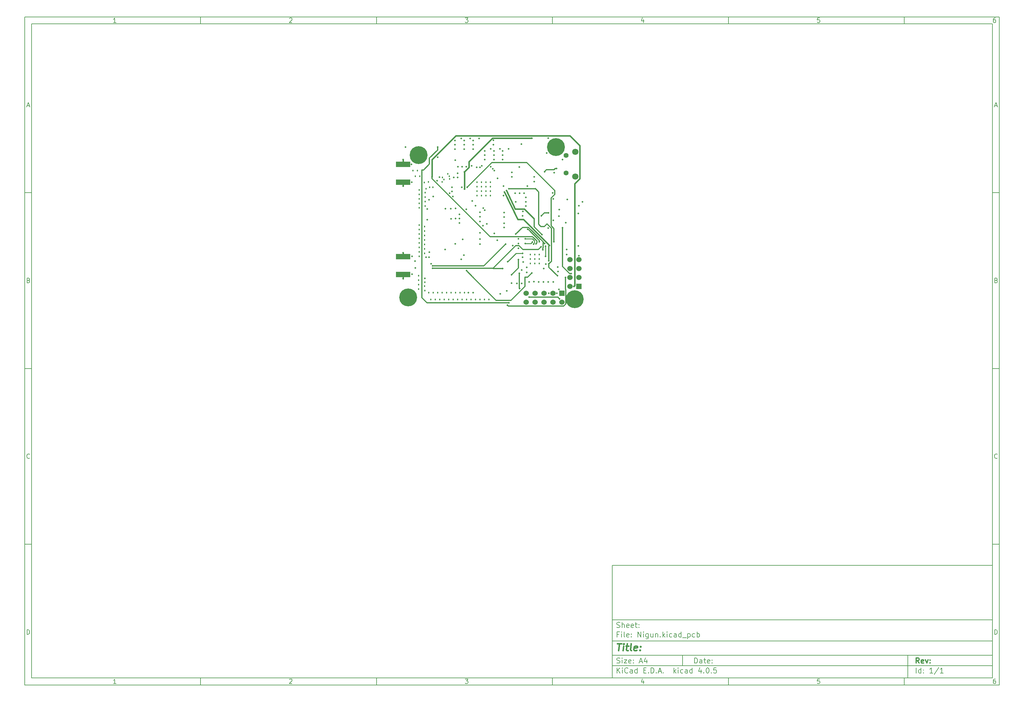
<source format=gbr>
G04 #@! TF.FileFunction,Copper,L4,Bot,Signal*
%FSLAX46Y46*%
G04 Gerber Fmt 4.6, Leading zero omitted, Abs format (unit mm)*
G04 Created by KiCad (PCBNEW 4.0.5) date 2017 May 10, Wednesday 00:20:23*
%MOMM*%
%LPD*%
G01*
G04 APERTURE LIST*
%ADD10C,0.100000*%
%ADD11C,0.150000*%
%ADD12C,0.300000*%
%ADD13C,0.400000*%
%ADD14C,0.457200*%
%ADD15R,4.064000X1.524000*%
%ADD16R,1.524000X1.524000*%
%ADD17C,1.524000*%
%ADD18C,1.408000*%
%ADD19C,1.800000*%
%ADD20C,5.080000*%
%ADD21C,0.508000*%
%ADD22C,0.431800*%
%ADD23C,0.330200*%
%ADD24C,0.304800*%
%ADD25C,0.254000*%
G04 APERTURE END LIST*
D10*
D11*
X177002200Y-166007200D02*
X177002200Y-198007200D01*
X285002200Y-198007200D01*
X285002200Y-166007200D01*
X177002200Y-166007200D01*
D10*
D11*
X10000000Y-10000000D02*
X10000000Y-200007200D01*
X287002200Y-200007200D01*
X287002200Y-10000000D01*
X10000000Y-10000000D01*
D10*
D11*
X12000000Y-12000000D02*
X12000000Y-198007200D01*
X285002200Y-198007200D01*
X285002200Y-12000000D01*
X12000000Y-12000000D01*
D10*
D11*
X60000000Y-12000000D02*
X60000000Y-10000000D01*
D10*
D11*
X110000000Y-12000000D02*
X110000000Y-10000000D01*
D10*
D11*
X160000000Y-12000000D02*
X160000000Y-10000000D01*
D10*
D11*
X210000000Y-12000000D02*
X210000000Y-10000000D01*
D10*
D11*
X260000000Y-12000000D02*
X260000000Y-10000000D01*
D10*
D11*
X35990476Y-11588095D02*
X35247619Y-11588095D01*
X35619048Y-11588095D02*
X35619048Y-10288095D01*
X35495238Y-10473810D01*
X35371429Y-10597619D01*
X35247619Y-10659524D01*
D10*
D11*
X85247619Y-10411905D02*
X85309524Y-10350000D01*
X85433333Y-10288095D01*
X85742857Y-10288095D01*
X85866667Y-10350000D01*
X85928571Y-10411905D01*
X85990476Y-10535714D01*
X85990476Y-10659524D01*
X85928571Y-10845238D01*
X85185714Y-11588095D01*
X85990476Y-11588095D01*
D10*
D11*
X135185714Y-10288095D02*
X135990476Y-10288095D01*
X135557143Y-10783333D01*
X135742857Y-10783333D01*
X135866667Y-10845238D01*
X135928571Y-10907143D01*
X135990476Y-11030952D01*
X135990476Y-11340476D01*
X135928571Y-11464286D01*
X135866667Y-11526190D01*
X135742857Y-11588095D01*
X135371429Y-11588095D01*
X135247619Y-11526190D01*
X135185714Y-11464286D01*
D10*
D11*
X185866667Y-10721429D02*
X185866667Y-11588095D01*
X185557143Y-10226190D02*
X185247619Y-11154762D01*
X186052381Y-11154762D01*
D10*
D11*
X235928571Y-10288095D02*
X235309524Y-10288095D01*
X235247619Y-10907143D01*
X235309524Y-10845238D01*
X235433333Y-10783333D01*
X235742857Y-10783333D01*
X235866667Y-10845238D01*
X235928571Y-10907143D01*
X235990476Y-11030952D01*
X235990476Y-11340476D01*
X235928571Y-11464286D01*
X235866667Y-11526190D01*
X235742857Y-11588095D01*
X235433333Y-11588095D01*
X235309524Y-11526190D01*
X235247619Y-11464286D01*
D10*
D11*
X285866667Y-10288095D02*
X285619048Y-10288095D01*
X285495238Y-10350000D01*
X285433333Y-10411905D01*
X285309524Y-10597619D01*
X285247619Y-10845238D01*
X285247619Y-11340476D01*
X285309524Y-11464286D01*
X285371429Y-11526190D01*
X285495238Y-11588095D01*
X285742857Y-11588095D01*
X285866667Y-11526190D01*
X285928571Y-11464286D01*
X285990476Y-11340476D01*
X285990476Y-11030952D01*
X285928571Y-10907143D01*
X285866667Y-10845238D01*
X285742857Y-10783333D01*
X285495238Y-10783333D01*
X285371429Y-10845238D01*
X285309524Y-10907143D01*
X285247619Y-11030952D01*
D10*
D11*
X60000000Y-198007200D02*
X60000000Y-200007200D01*
D10*
D11*
X110000000Y-198007200D02*
X110000000Y-200007200D01*
D10*
D11*
X160000000Y-198007200D02*
X160000000Y-200007200D01*
D10*
D11*
X210000000Y-198007200D02*
X210000000Y-200007200D01*
D10*
D11*
X260000000Y-198007200D02*
X260000000Y-200007200D01*
D10*
D11*
X35990476Y-199595295D02*
X35247619Y-199595295D01*
X35619048Y-199595295D02*
X35619048Y-198295295D01*
X35495238Y-198481010D01*
X35371429Y-198604819D01*
X35247619Y-198666724D01*
D10*
D11*
X85247619Y-198419105D02*
X85309524Y-198357200D01*
X85433333Y-198295295D01*
X85742857Y-198295295D01*
X85866667Y-198357200D01*
X85928571Y-198419105D01*
X85990476Y-198542914D01*
X85990476Y-198666724D01*
X85928571Y-198852438D01*
X85185714Y-199595295D01*
X85990476Y-199595295D01*
D10*
D11*
X135185714Y-198295295D02*
X135990476Y-198295295D01*
X135557143Y-198790533D01*
X135742857Y-198790533D01*
X135866667Y-198852438D01*
X135928571Y-198914343D01*
X135990476Y-199038152D01*
X135990476Y-199347676D01*
X135928571Y-199471486D01*
X135866667Y-199533390D01*
X135742857Y-199595295D01*
X135371429Y-199595295D01*
X135247619Y-199533390D01*
X135185714Y-199471486D01*
D10*
D11*
X185866667Y-198728629D02*
X185866667Y-199595295D01*
X185557143Y-198233390D02*
X185247619Y-199161962D01*
X186052381Y-199161962D01*
D10*
D11*
X235928571Y-198295295D02*
X235309524Y-198295295D01*
X235247619Y-198914343D01*
X235309524Y-198852438D01*
X235433333Y-198790533D01*
X235742857Y-198790533D01*
X235866667Y-198852438D01*
X235928571Y-198914343D01*
X235990476Y-199038152D01*
X235990476Y-199347676D01*
X235928571Y-199471486D01*
X235866667Y-199533390D01*
X235742857Y-199595295D01*
X235433333Y-199595295D01*
X235309524Y-199533390D01*
X235247619Y-199471486D01*
D10*
D11*
X285866667Y-198295295D02*
X285619048Y-198295295D01*
X285495238Y-198357200D01*
X285433333Y-198419105D01*
X285309524Y-198604819D01*
X285247619Y-198852438D01*
X285247619Y-199347676D01*
X285309524Y-199471486D01*
X285371429Y-199533390D01*
X285495238Y-199595295D01*
X285742857Y-199595295D01*
X285866667Y-199533390D01*
X285928571Y-199471486D01*
X285990476Y-199347676D01*
X285990476Y-199038152D01*
X285928571Y-198914343D01*
X285866667Y-198852438D01*
X285742857Y-198790533D01*
X285495238Y-198790533D01*
X285371429Y-198852438D01*
X285309524Y-198914343D01*
X285247619Y-199038152D01*
D10*
D11*
X10000000Y-60000000D02*
X12000000Y-60000000D01*
D10*
D11*
X10000000Y-110000000D02*
X12000000Y-110000000D01*
D10*
D11*
X10000000Y-160000000D02*
X12000000Y-160000000D01*
D10*
D11*
X10690476Y-35216667D02*
X11309524Y-35216667D01*
X10566667Y-35588095D02*
X11000000Y-34288095D01*
X11433333Y-35588095D01*
D10*
D11*
X11092857Y-84907143D02*
X11278571Y-84969048D01*
X11340476Y-85030952D01*
X11402381Y-85154762D01*
X11402381Y-85340476D01*
X11340476Y-85464286D01*
X11278571Y-85526190D01*
X11154762Y-85588095D01*
X10659524Y-85588095D01*
X10659524Y-84288095D01*
X11092857Y-84288095D01*
X11216667Y-84350000D01*
X11278571Y-84411905D01*
X11340476Y-84535714D01*
X11340476Y-84659524D01*
X11278571Y-84783333D01*
X11216667Y-84845238D01*
X11092857Y-84907143D01*
X10659524Y-84907143D01*
D10*
D11*
X11402381Y-135464286D02*
X11340476Y-135526190D01*
X11154762Y-135588095D01*
X11030952Y-135588095D01*
X10845238Y-135526190D01*
X10721429Y-135402381D01*
X10659524Y-135278571D01*
X10597619Y-135030952D01*
X10597619Y-134845238D01*
X10659524Y-134597619D01*
X10721429Y-134473810D01*
X10845238Y-134350000D01*
X11030952Y-134288095D01*
X11154762Y-134288095D01*
X11340476Y-134350000D01*
X11402381Y-134411905D01*
D10*
D11*
X10659524Y-185588095D02*
X10659524Y-184288095D01*
X10969048Y-184288095D01*
X11154762Y-184350000D01*
X11278571Y-184473810D01*
X11340476Y-184597619D01*
X11402381Y-184845238D01*
X11402381Y-185030952D01*
X11340476Y-185278571D01*
X11278571Y-185402381D01*
X11154762Y-185526190D01*
X10969048Y-185588095D01*
X10659524Y-185588095D01*
D10*
D11*
X287002200Y-60000000D02*
X285002200Y-60000000D01*
D10*
D11*
X287002200Y-110000000D02*
X285002200Y-110000000D01*
D10*
D11*
X287002200Y-160000000D02*
X285002200Y-160000000D01*
D10*
D11*
X285692676Y-35216667D02*
X286311724Y-35216667D01*
X285568867Y-35588095D02*
X286002200Y-34288095D01*
X286435533Y-35588095D01*
D10*
D11*
X286095057Y-84907143D02*
X286280771Y-84969048D01*
X286342676Y-85030952D01*
X286404581Y-85154762D01*
X286404581Y-85340476D01*
X286342676Y-85464286D01*
X286280771Y-85526190D01*
X286156962Y-85588095D01*
X285661724Y-85588095D01*
X285661724Y-84288095D01*
X286095057Y-84288095D01*
X286218867Y-84350000D01*
X286280771Y-84411905D01*
X286342676Y-84535714D01*
X286342676Y-84659524D01*
X286280771Y-84783333D01*
X286218867Y-84845238D01*
X286095057Y-84907143D01*
X285661724Y-84907143D01*
D10*
D11*
X286404581Y-135464286D02*
X286342676Y-135526190D01*
X286156962Y-135588095D01*
X286033152Y-135588095D01*
X285847438Y-135526190D01*
X285723629Y-135402381D01*
X285661724Y-135278571D01*
X285599819Y-135030952D01*
X285599819Y-134845238D01*
X285661724Y-134597619D01*
X285723629Y-134473810D01*
X285847438Y-134350000D01*
X286033152Y-134288095D01*
X286156962Y-134288095D01*
X286342676Y-134350000D01*
X286404581Y-134411905D01*
D10*
D11*
X285661724Y-185588095D02*
X285661724Y-184288095D01*
X285971248Y-184288095D01*
X286156962Y-184350000D01*
X286280771Y-184473810D01*
X286342676Y-184597619D01*
X286404581Y-184845238D01*
X286404581Y-185030952D01*
X286342676Y-185278571D01*
X286280771Y-185402381D01*
X286156962Y-185526190D01*
X285971248Y-185588095D01*
X285661724Y-185588095D01*
D10*
D11*
X200359343Y-193785771D02*
X200359343Y-192285771D01*
X200716486Y-192285771D01*
X200930771Y-192357200D01*
X201073629Y-192500057D01*
X201145057Y-192642914D01*
X201216486Y-192928629D01*
X201216486Y-193142914D01*
X201145057Y-193428629D01*
X201073629Y-193571486D01*
X200930771Y-193714343D01*
X200716486Y-193785771D01*
X200359343Y-193785771D01*
X202502200Y-193785771D02*
X202502200Y-193000057D01*
X202430771Y-192857200D01*
X202287914Y-192785771D01*
X202002200Y-192785771D01*
X201859343Y-192857200D01*
X202502200Y-193714343D02*
X202359343Y-193785771D01*
X202002200Y-193785771D01*
X201859343Y-193714343D01*
X201787914Y-193571486D01*
X201787914Y-193428629D01*
X201859343Y-193285771D01*
X202002200Y-193214343D01*
X202359343Y-193214343D01*
X202502200Y-193142914D01*
X203002200Y-192785771D02*
X203573629Y-192785771D01*
X203216486Y-192285771D02*
X203216486Y-193571486D01*
X203287914Y-193714343D01*
X203430772Y-193785771D01*
X203573629Y-193785771D01*
X204645057Y-193714343D02*
X204502200Y-193785771D01*
X204216486Y-193785771D01*
X204073629Y-193714343D01*
X204002200Y-193571486D01*
X204002200Y-193000057D01*
X204073629Y-192857200D01*
X204216486Y-192785771D01*
X204502200Y-192785771D01*
X204645057Y-192857200D01*
X204716486Y-193000057D01*
X204716486Y-193142914D01*
X204002200Y-193285771D01*
X205359343Y-193642914D02*
X205430771Y-193714343D01*
X205359343Y-193785771D01*
X205287914Y-193714343D01*
X205359343Y-193642914D01*
X205359343Y-193785771D01*
X205359343Y-192857200D02*
X205430771Y-192928629D01*
X205359343Y-193000057D01*
X205287914Y-192928629D01*
X205359343Y-192857200D01*
X205359343Y-193000057D01*
D10*
D11*
X177002200Y-194507200D02*
X285002200Y-194507200D01*
D10*
D11*
X178359343Y-196585771D02*
X178359343Y-195085771D01*
X179216486Y-196585771D02*
X178573629Y-195728629D01*
X179216486Y-195085771D02*
X178359343Y-195942914D01*
X179859343Y-196585771D02*
X179859343Y-195585771D01*
X179859343Y-195085771D02*
X179787914Y-195157200D01*
X179859343Y-195228629D01*
X179930771Y-195157200D01*
X179859343Y-195085771D01*
X179859343Y-195228629D01*
X181430772Y-196442914D02*
X181359343Y-196514343D01*
X181145057Y-196585771D01*
X181002200Y-196585771D01*
X180787915Y-196514343D01*
X180645057Y-196371486D01*
X180573629Y-196228629D01*
X180502200Y-195942914D01*
X180502200Y-195728629D01*
X180573629Y-195442914D01*
X180645057Y-195300057D01*
X180787915Y-195157200D01*
X181002200Y-195085771D01*
X181145057Y-195085771D01*
X181359343Y-195157200D01*
X181430772Y-195228629D01*
X182716486Y-196585771D02*
X182716486Y-195800057D01*
X182645057Y-195657200D01*
X182502200Y-195585771D01*
X182216486Y-195585771D01*
X182073629Y-195657200D01*
X182716486Y-196514343D02*
X182573629Y-196585771D01*
X182216486Y-196585771D01*
X182073629Y-196514343D01*
X182002200Y-196371486D01*
X182002200Y-196228629D01*
X182073629Y-196085771D01*
X182216486Y-196014343D01*
X182573629Y-196014343D01*
X182716486Y-195942914D01*
X184073629Y-196585771D02*
X184073629Y-195085771D01*
X184073629Y-196514343D02*
X183930772Y-196585771D01*
X183645058Y-196585771D01*
X183502200Y-196514343D01*
X183430772Y-196442914D01*
X183359343Y-196300057D01*
X183359343Y-195871486D01*
X183430772Y-195728629D01*
X183502200Y-195657200D01*
X183645058Y-195585771D01*
X183930772Y-195585771D01*
X184073629Y-195657200D01*
X185930772Y-195800057D02*
X186430772Y-195800057D01*
X186645058Y-196585771D02*
X185930772Y-196585771D01*
X185930772Y-195085771D01*
X186645058Y-195085771D01*
X187287915Y-196442914D02*
X187359343Y-196514343D01*
X187287915Y-196585771D01*
X187216486Y-196514343D01*
X187287915Y-196442914D01*
X187287915Y-196585771D01*
X188002201Y-196585771D02*
X188002201Y-195085771D01*
X188359344Y-195085771D01*
X188573629Y-195157200D01*
X188716487Y-195300057D01*
X188787915Y-195442914D01*
X188859344Y-195728629D01*
X188859344Y-195942914D01*
X188787915Y-196228629D01*
X188716487Y-196371486D01*
X188573629Y-196514343D01*
X188359344Y-196585771D01*
X188002201Y-196585771D01*
X189502201Y-196442914D02*
X189573629Y-196514343D01*
X189502201Y-196585771D01*
X189430772Y-196514343D01*
X189502201Y-196442914D01*
X189502201Y-196585771D01*
X190145058Y-196157200D02*
X190859344Y-196157200D01*
X190002201Y-196585771D02*
X190502201Y-195085771D01*
X191002201Y-196585771D01*
X191502201Y-196442914D02*
X191573629Y-196514343D01*
X191502201Y-196585771D01*
X191430772Y-196514343D01*
X191502201Y-196442914D01*
X191502201Y-196585771D01*
X194502201Y-196585771D02*
X194502201Y-195085771D01*
X194645058Y-196014343D02*
X195073629Y-196585771D01*
X195073629Y-195585771D02*
X194502201Y-196157200D01*
X195716487Y-196585771D02*
X195716487Y-195585771D01*
X195716487Y-195085771D02*
X195645058Y-195157200D01*
X195716487Y-195228629D01*
X195787915Y-195157200D01*
X195716487Y-195085771D01*
X195716487Y-195228629D01*
X197073630Y-196514343D02*
X196930773Y-196585771D01*
X196645059Y-196585771D01*
X196502201Y-196514343D01*
X196430773Y-196442914D01*
X196359344Y-196300057D01*
X196359344Y-195871486D01*
X196430773Y-195728629D01*
X196502201Y-195657200D01*
X196645059Y-195585771D01*
X196930773Y-195585771D01*
X197073630Y-195657200D01*
X198359344Y-196585771D02*
X198359344Y-195800057D01*
X198287915Y-195657200D01*
X198145058Y-195585771D01*
X197859344Y-195585771D01*
X197716487Y-195657200D01*
X198359344Y-196514343D02*
X198216487Y-196585771D01*
X197859344Y-196585771D01*
X197716487Y-196514343D01*
X197645058Y-196371486D01*
X197645058Y-196228629D01*
X197716487Y-196085771D01*
X197859344Y-196014343D01*
X198216487Y-196014343D01*
X198359344Y-195942914D01*
X199716487Y-196585771D02*
X199716487Y-195085771D01*
X199716487Y-196514343D02*
X199573630Y-196585771D01*
X199287916Y-196585771D01*
X199145058Y-196514343D01*
X199073630Y-196442914D01*
X199002201Y-196300057D01*
X199002201Y-195871486D01*
X199073630Y-195728629D01*
X199145058Y-195657200D01*
X199287916Y-195585771D01*
X199573630Y-195585771D01*
X199716487Y-195657200D01*
X202216487Y-195585771D02*
X202216487Y-196585771D01*
X201859344Y-195014343D02*
X201502201Y-196085771D01*
X202430773Y-196085771D01*
X203002201Y-196442914D02*
X203073629Y-196514343D01*
X203002201Y-196585771D01*
X202930772Y-196514343D01*
X203002201Y-196442914D01*
X203002201Y-196585771D01*
X204002201Y-195085771D02*
X204145058Y-195085771D01*
X204287915Y-195157200D01*
X204359344Y-195228629D01*
X204430773Y-195371486D01*
X204502201Y-195657200D01*
X204502201Y-196014343D01*
X204430773Y-196300057D01*
X204359344Y-196442914D01*
X204287915Y-196514343D01*
X204145058Y-196585771D01*
X204002201Y-196585771D01*
X203859344Y-196514343D01*
X203787915Y-196442914D01*
X203716487Y-196300057D01*
X203645058Y-196014343D01*
X203645058Y-195657200D01*
X203716487Y-195371486D01*
X203787915Y-195228629D01*
X203859344Y-195157200D01*
X204002201Y-195085771D01*
X205145058Y-196442914D02*
X205216486Y-196514343D01*
X205145058Y-196585771D01*
X205073629Y-196514343D01*
X205145058Y-196442914D01*
X205145058Y-196585771D01*
X206573630Y-195085771D02*
X205859344Y-195085771D01*
X205787915Y-195800057D01*
X205859344Y-195728629D01*
X206002201Y-195657200D01*
X206359344Y-195657200D01*
X206502201Y-195728629D01*
X206573630Y-195800057D01*
X206645058Y-195942914D01*
X206645058Y-196300057D01*
X206573630Y-196442914D01*
X206502201Y-196514343D01*
X206359344Y-196585771D01*
X206002201Y-196585771D01*
X205859344Y-196514343D01*
X205787915Y-196442914D01*
D10*
D11*
X177002200Y-191507200D02*
X285002200Y-191507200D01*
D10*
D12*
X264216486Y-193785771D02*
X263716486Y-193071486D01*
X263359343Y-193785771D02*
X263359343Y-192285771D01*
X263930771Y-192285771D01*
X264073629Y-192357200D01*
X264145057Y-192428629D01*
X264216486Y-192571486D01*
X264216486Y-192785771D01*
X264145057Y-192928629D01*
X264073629Y-193000057D01*
X263930771Y-193071486D01*
X263359343Y-193071486D01*
X265430771Y-193714343D02*
X265287914Y-193785771D01*
X265002200Y-193785771D01*
X264859343Y-193714343D01*
X264787914Y-193571486D01*
X264787914Y-193000057D01*
X264859343Y-192857200D01*
X265002200Y-192785771D01*
X265287914Y-192785771D01*
X265430771Y-192857200D01*
X265502200Y-193000057D01*
X265502200Y-193142914D01*
X264787914Y-193285771D01*
X266002200Y-192785771D02*
X266359343Y-193785771D01*
X266716485Y-192785771D01*
X267287914Y-193642914D02*
X267359342Y-193714343D01*
X267287914Y-193785771D01*
X267216485Y-193714343D01*
X267287914Y-193642914D01*
X267287914Y-193785771D01*
X267287914Y-192857200D02*
X267359342Y-192928629D01*
X267287914Y-193000057D01*
X267216485Y-192928629D01*
X267287914Y-192857200D01*
X267287914Y-193000057D01*
D10*
D11*
X178287914Y-193714343D02*
X178502200Y-193785771D01*
X178859343Y-193785771D01*
X179002200Y-193714343D01*
X179073629Y-193642914D01*
X179145057Y-193500057D01*
X179145057Y-193357200D01*
X179073629Y-193214343D01*
X179002200Y-193142914D01*
X178859343Y-193071486D01*
X178573629Y-193000057D01*
X178430771Y-192928629D01*
X178359343Y-192857200D01*
X178287914Y-192714343D01*
X178287914Y-192571486D01*
X178359343Y-192428629D01*
X178430771Y-192357200D01*
X178573629Y-192285771D01*
X178930771Y-192285771D01*
X179145057Y-192357200D01*
X179787914Y-193785771D02*
X179787914Y-192785771D01*
X179787914Y-192285771D02*
X179716485Y-192357200D01*
X179787914Y-192428629D01*
X179859342Y-192357200D01*
X179787914Y-192285771D01*
X179787914Y-192428629D01*
X180359343Y-192785771D02*
X181145057Y-192785771D01*
X180359343Y-193785771D01*
X181145057Y-193785771D01*
X182287914Y-193714343D02*
X182145057Y-193785771D01*
X181859343Y-193785771D01*
X181716486Y-193714343D01*
X181645057Y-193571486D01*
X181645057Y-193000057D01*
X181716486Y-192857200D01*
X181859343Y-192785771D01*
X182145057Y-192785771D01*
X182287914Y-192857200D01*
X182359343Y-193000057D01*
X182359343Y-193142914D01*
X181645057Y-193285771D01*
X183002200Y-193642914D02*
X183073628Y-193714343D01*
X183002200Y-193785771D01*
X182930771Y-193714343D01*
X183002200Y-193642914D01*
X183002200Y-193785771D01*
X183002200Y-192857200D02*
X183073628Y-192928629D01*
X183002200Y-193000057D01*
X182930771Y-192928629D01*
X183002200Y-192857200D01*
X183002200Y-193000057D01*
X184787914Y-193357200D02*
X185502200Y-193357200D01*
X184645057Y-193785771D02*
X185145057Y-192285771D01*
X185645057Y-193785771D01*
X186787914Y-192785771D02*
X186787914Y-193785771D01*
X186430771Y-192214343D02*
X186073628Y-193285771D01*
X187002200Y-193285771D01*
D10*
D11*
X263359343Y-196585771D02*
X263359343Y-195085771D01*
X264716486Y-196585771D02*
X264716486Y-195085771D01*
X264716486Y-196514343D02*
X264573629Y-196585771D01*
X264287915Y-196585771D01*
X264145057Y-196514343D01*
X264073629Y-196442914D01*
X264002200Y-196300057D01*
X264002200Y-195871486D01*
X264073629Y-195728629D01*
X264145057Y-195657200D01*
X264287915Y-195585771D01*
X264573629Y-195585771D01*
X264716486Y-195657200D01*
X265430772Y-196442914D02*
X265502200Y-196514343D01*
X265430772Y-196585771D01*
X265359343Y-196514343D01*
X265430772Y-196442914D01*
X265430772Y-196585771D01*
X265430772Y-195657200D02*
X265502200Y-195728629D01*
X265430772Y-195800057D01*
X265359343Y-195728629D01*
X265430772Y-195657200D01*
X265430772Y-195800057D01*
X268073629Y-196585771D02*
X267216486Y-196585771D01*
X267645058Y-196585771D02*
X267645058Y-195085771D01*
X267502201Y-195300057D01*
X267359343Y-195442914D01*
X267216486Y-195514343D01*
X269787914Y-195014343D02*
X268502200Y-196942914D01*
X271073629Y-196585771D02*
X270216486Y-196585771D01*
X270645058Y-196585771D02*
X270645058Y-195085771D01*
X270502201Y-195300057D01*
X270359343Y-195442914D01*
X270216486Y-195514343D01*
D10*
D11*
X177002200Y-187507200D02*
X285002200Y-187507200D01*
D10*
D13*
X178454581Y-188211962D02*
X179597438Y-188211962D01*
X178776010Y-190211962D02*
X179026010Y-188211962D01*
X180014105Y-190211962D02*
X180180771Y-188878629D01*
X180264105Y-188211962D02*
X180156962Y-188307200D01*
X180240295Y-188402438D01*
X180347439Y-188307200D01*
X180264105Y-188211962D01*
X180240295Y-188402438D01*
X180847438Y-188878629D02*
X181609343Y-188878629D01*
X181216486Y-188211962D02*
X181002200Y-189926248D01*
X181073630Y-190116724D01*
X181252201Y-190211962D01*
X181442677Y-190211962D01*
X182395058Y-190211962D02*
X182216487Y-190116724D01*
X182145057Y-189926248D01*
X182359343Y-188211962D01*
X183930772Y-190116724D02*
X183728391Y-190211962D01*
X183347439Y-190211962D01*
X183168867Y-190116724D01*
X183097438Y-189926248D01*
X183192676Y-189164343D01*
X183311724Y-188973867D01*
X183514105Y-188878629D01*
X183895057Y-188878629D01*
X184073629Y-188973867D01*
X184145057Y-189164343D01*
X184121248Y-189354819D01*
X183145057Y-189545295D01*
X184895057Y-190021486D02*
X184978392Y-190116724D01*
X184871248Y-190211962D01*
X184787915Y-190116724D01*
X184895057Y-190021486D01*
X184871248Y-190211962D01*
X185026010Y-188973867D02*
X185109344Y-189069105D01*
X185002200Y-189164343D01*
X184918867Y-189069105D01*
X185026010Y-188973867D01*
X185002200Y-189164343D01*
D10*
D11*
X178859343Y-185600057D02*
X178359343Y-185600057D01*
X178359343Y-186385771D02*
X178359343Y-184885771D01*
X179073629Y-184885771D01*
X179645057Y-186385771D02*
X179645057Y-185385771D01*
X179645057Y-184885771D02*
X179573628Y-184957200D01*
X179645057Y-185028629D01*
X179716485Y-184957200D01*
X179645057Y-184885771D01*
X179645057Y-185028629D01*
X180573629Y-186385771D02*
X180430771Y-186314343D01*
X180359343Y-186171486D01*
X180359343Y-184885771D01*
X181716485Y-186314343D02*
X181573628Y-186385771D01*
X181287914Y-186385771D01*
X181145057Y-186314343D01*
X181073628Y-186171486D01*
X181073628Y-185600057D01*
X181145057Y-185457200D01*
X181287914Y-185385771D01*
X181573628Y-185385771D01*
X181716485Y-185457200D01*
X181787914Y-185600057D01*
X181787914Y-185742914D01*
X181073628Y-185885771D01*
X182430771Y-186242914D02*
X182502199Y-186314343D01*
X182430771Y-186385771D01*
X182359342Y-186314343D01*
X182430771Y-186242914D01*
X182430771Y-186385771D01*
X182430771Y-185457200D02*
X182502199Y-185528629D01*
X182430771Y-185600057D01*
X182359342Y-185528629D01*
X182430771Y-185457200D01*
X182430771Y-185600057D01*
X184287914Y-186385771D02*
X184287914Y-184885771D01*
X185145057Y-186385771D01*
X185145057Y-184885771D01*
X185859343Y-186385771D02*
X185859343Y-185385771D01*
X185859343Y-184885771D02*
X185787914Y-184957200D01*
X185859343Y-185028629D01*
X185930771Y-184957200D01*
X185859343Y-184885771D01*
X185859343Y-185028629D01*
X187216486Y-185385771D02*
X187216486Y-186600057D01*
X187145057Y-186742914D01*
X187073629Y-186814343D01*
X186930772Y-186885771D01*
X186716486Y-186885771D01*
X186573629Y-186814343D01*
X187216486Y-186314343D02*
X187073629Y-186385771D01*
X186787915Y-186385771D01*
X186645057Y-186314343D01*
X186573629Y-186242914D01*
X186502200Y-186100057D01*
X186502200Y-185671486D01*
X186573629Y-185528629D01*
X186645057Y-185457200D01*
X186787915Y-185385771D01*
X187073629Y-185385771D01*
X187216486Y-185457200D01*
X188573629Y-185385771D02*
X188573629Y-186385771D01*
X187930772Y-185385771D02*
X187930772Y-186171486D01*
X188002200Y-186314343D01*
X188145058Y-186385771D01*
X188359343Y-186385771D01*
X188502200Y-186314343D01*
X188573629Y-186242914D01*
X189287915Y-185385771D02*
X189287915Y-186385771D01*
X189287915Y-185528629D02*
X189359343Y-185457200D01*
X189502201Y-185385771D01*
X189716486Y-185385771D01*
X189859343Y-185457200D01*
X189930772Y-185600057D01*
X189930772Y-186385771D01*
X190645058Y-186242914D02*
X190716486Y-186314343D01*
X190645058Y-186385771D01*
X190573629Y-186314343D01*
X190645058Y-186242914D01*
X190645058Y-186385771D01*
X191359344Y-186385771D02*
X191359344Y-184885771D01*
X191502201Y-185814343D02*
X191930772Y-186385771D01*
X191930772Y-185385771D02*
X191359344Y-185957200D01*
X192573630Y-186385771D02*
X192573630Y-185385771D01*
X192573630Y-184885771D02*
X192502201Y-184957200D01*
X192573630Y-185028629D01*
X192645058Y-184957200D01*
X192573630Y-184885771D01*
X192573630Y-185028629D01*
X193930773Y-186314343D02*
X193787916Y-186385771D01*
X193502202Y-186385771D01*
X193359344Y-186314343D01*
X193287916Y-186242914D01*
X193216487Y-186100057D01*
X193216487Y-185671486D01*
X193287916Y-185528629D01*
X193359344Y-185457200D01*
X193502202Y-185385771D01*
X193787916Y-185385771D01*
X193930773Y-185457200D01*
X195216487Y-186385771D02*
X195216487Y-185600057D01*
X195145058Y-185457200D01*
X195002201Y-185385771D01*
X194716487Y-185385771D01*
X194573630Y-185457200D01*
X195216487Y-186314343D02*
X195073630Y-186385771D01*
X194716487Y-186385771D01*
X194573630Y-186314343D01*
X194502201Y-186171486D01*
X194502201Y-186028629D01*
X194573630Y-185885771D01*
X194716487Y-185814343D01*
X195073630Y-185814343D01*
X195216487Y-185742914D01*
X196573630Y-186385771D02*
X196573630Y-184885771D01*
X196573630Y-186314343D02*
X196430773Y-186385771D01*
X196145059Y-186385771D01*
X196002201Y-186314343D01*
X195930773Y-186242914D01*
X195859344Y-186100057D01*
X195859344Y-185671486D01*
X195930773Y-185528629D01*
X196002201Y-185457200D01*
X196145059Y-185385771D01*
X196430773Y-185385771D01*
X196573630Y-185457200D01*
X196930773Y-186528629D02*
X198073630Y-186528629D01*
X198430773Y-185385771D02*
X198430773Y-186885771D01*
X198430773Y-185457200D02*
X198573630Y-185385771D01*
X198859344Y-185385771D01*
X199002201Y-185457200D01*
X199073630Y-185528629D01*
X199145059Y-185671486D01*
X199145059Y-186100057D01*
X199073630Y-186242914D01*
X199002201Y-186314343D01*
X198859344Y-186385771D01*
X198573630Y-186385771D01*
X198430773Y-186314343D01*
X200430773Y-186314343D02*
X200287916Y-186385771D01*
X200002202Y-186385771D01*
X199859344Y-186314343D01*
X199787916Y-186242914D01*
X199716487Y-186100057D01*
X199716487Y-185671486D01*
X199787916Y-185528629D01*
X199859344Y-185457200D01*
X200002202Y-185385771D01*
X200287916Y-185385771D01*
X200430773Y-185457200D01*
X201073630Y-186385771D02*
X201073630Y-184885771D01*
X201073630Y-185457200D02*
X201216487Y-185385771D01*
X201502201Y-185385771D01*
X201645058Y-185457200D01*
X201716487Y-185528629D01*
X201787916Y-185671486D01*
X201787916Y-186100057D01*
X201716487Y-186242914D01*
X201645058Y-186314343D01*
X201502201Y-186385771D01*
X201216487Y-186385771D01*
X201073630Y-186314343D01*
D10*
D11*
X177002200Y-181507200D02*
X285002200Y-181507200D01*
D10*
D11*
X178287914Y-183614343D02*
X178502200Y-183685771D01*
X178859343Y-183685771D01*
X179002200Y-183614343D01*
X179073629Y-183542914D01*
X179145057Y-183400057D01*
X179145057Y-183257200D01*
X179073629Y-183114343D01*
X179002200Y-183042914D01*
X178859343Y-182971486D01*
X178573629Y-182900057D01*
X178430771Y-182828629D01*
X178359343Y-182757200D01*
X178287914Y-182614343D01*
X178287914Y-182471486D01*
X178359343Y-182328629D01*
X178430771Y-182257200D01*
X178573629Y-182185771D01*
X178930771Y-182185771D01*
X179145057Y-182257200D01*
X179787914Y-183685771D02*
X179787914Y-182185771D01*
X180430771Y-183685771D02*
X180430771Y-182900057D01*
X180359342Y-182757200D01*
X180216485Y-182685771D01*
X180002200Y-182685771D01*
X179859342Y-182757200D01*
X179787914Y-182828629D01*
X181716485Y-183614343D02*
X181573628Y-183685771D01*
X181287914Y-183685771D01*
X181145057Y-183614343D01*
X181073628Y-183471486D01*
X181073628Y-182900057D01*
X181145057Y-182757200D01*
X181287914Y-182685771D01*
X181573628Y-182685771D01*
X181716485Y-182757200D01*
X181787914Y-182900057D01*
X181787914Y-183042914D01*
X181073628Y-183185771D01*
X183002199Y-183614343D02*
X182859342Y-183685771D01*
X182573628Y-183685771D01*
X182430771Y-183614343D01*
X182359342Y-183471486D01*
X182359342Y-182900057D01*
X182430771Y-182757200D01*
X182573628Y-182685771D01*
X182859342Y-182685771D01*
X183002199Y-182757200D01*
X183073628Y-182900057D01*
X183073628Y-183042914D01*
X182359342Y-183185771D01*
X183502199Y-182685771D02*
X184073628Y-182685771D01*
X183716485Y-182185771D02*
X183716485Y-183471486D01*
X183787913Y-183614343D01*
X183930771Y-183685771D01*
X184073628Y-183685771D01*
X184573628Y-183542914D02*
X184645056Y-183614343D01*
X184573628Y-183685771D01*
X184502199Y-183614343D01*
X184573628Y-183542914D01*
X184573628Y-183685771D01*
X184573628Y-182757200D02*
X184645056Y-182828629D01*
X184573628Y-182900057D01*
X184502199Y-182828629D01*
X184573628Y-182757200D01*
X184573628Y-182900057D01*
D10*
D11*
X197002200Y-191507200D02*
X197002200Y-194507200D01*
D10*
D11*
X261002200Y-191507200D02*
X261002200Y-198007200D01*
D14*
X156248100Y-80124300D03*
X156248100Y-78854300D03*
X156248100Y-77584300D03*
X154978100Y-80124300D03*
X154978100Y-78854300D03*
X154978100Y-77584300D03*
X153708100Y-80124300D03*
X153708100Y-78854300D03*
X153708100Y-77584300D03*
X142341600Y-60782200D03*
X142341600Y-59512200D03*
X142341600Y-58242200D03*
X142341600Y-56972200D03*
X141071600Y-60782200D03*
X141071600Y-59512200D03*
X141071600Y-58242200D03*
X141071600Y-56972200D03*
X139801600Y-60782200D03*
X139801600Y-59512200D03*
X139801600Y-58242200D03*
X139801600Y-56972200D03*
X138531600Y-60782200D03*
X138531600Y-59512200D03*
X138531600Y-58242200D03*
X138531600Y-56972200D03*
X120370600Y-53746399D03*
X121640600Y-53746400D03*
X121018300Y-55283099D03*
X122288300Y-55283100D03*
X130225800Y-54610000D03*
X130771900Y-56057800D03*
X130632200Y-55283100D03*
X128752600Y-55613300D03*
X129159000Y-56286400D03*
X128638300Y-56959500D03*
X126034800Y-58458100D03*
X125044200Y-58458100D03*
X124739400Y-56896000D03*
X123571000Y-57111900D03*
X124079000Y-58877200D03*
X123774200Y-63766700D03*
X123774200Y-62496700D03*
X123774200Y-61226700D03*
X123774200Y-59956700D03*
X122110500Y-59245500D03*
X122110500Y-60515500D03*
X122110500Y-61785500D03*
X122110500Y-63055500D03*
X122110500Y-64325500D03*
X123659900Y-70929500D03*
X123659900Y-72199500D03*
X123659900Y-73469500D03*
X123659900Y-74739500D03*
X123659900Y-76009500D03*
X123659900Y-77279500D03*
X123659900Y-69659500D03*
X122123200Y-69202300D03*
X122123200Y-70472300D03*
X122123200Y-71742300D03*
X122123200Y-73012300D03*
X122123200Y-74282300D03*
X122123200Y-75552300D03*
X122123200Y-76822300D03*
X122123200Y-78092300D03*
X121932700Y-83604100D03*
X121932700Y-84874100D03*
X121932700Y-86144100D03*
X121932700Y-87414100D03*
X123698000Y-85458300D03*
X123685300Y-86537800D03*
X123723400Y-87858600D03*
X132422900Y-88430100D03*
X131152900Y-88430100D03*
X129882900Y-88430100D03*
X126072900Y-88430100D03*
X124802900Y-88430100D03*
X127342900Y-88430100D03*
X133692900Y-88430100D03*
X134962900Y-88430100D03*
X128612900Y-88430100D03*
X141897100Y-90335100D03*
X140627100Y-90335100D03*
X139357100Y-90335100D03*
X138087100Y-90335100D03*
X136817100Y-90335100D03*
X135547100Y-90335100D03*
X134277100Y-90335100D03*
X133007100Y-90335100D03*
X131737100Y-90335100D03*
X130467100Y-90335100D03*
X129197100Y-90335100D03*
X127927100Y-90335100D03*
X126657100Y-90335100D03*
X125387100Y-90335100D03*
D15*
X117563900Y-51930300D03*
X117563900Y-57010300D03*
X117576600Y-78143100D03*
X117576600Y-83223100D03*
D16*
X167487600Y-86639400D03*
D17*
X164947600Y-86639400D03*
X167487600Y-84099400D03*
X164947600Y-84099400D03*
X167487600Y-81559400D03*
X164947600Y-81559400D03*
X167487600Y-79019400D03*
X164947600Y-79019400D03*
D16*
X162687000Y-88607900D03*
D17*
X162687000Y-91147900D03*
X160147000Y-88607900D03*
X160147000Y-91147900D03*
X157607000Y-88607900D03*
X157607000Y-91147900D03*
X155067000Y-88607900D03*
X155067000Y-91147900D03*
X152527000Y-88607900D03*
X152527000Y-91147900D03*
D18*
X163822400Y-54366800D03*
X163822400Y-49366800D03*
D19*
X166522400Y-55366800D03*
X166522400Y-48366800D03*
D20*
X119024400Y-89763600D03*
D21*
X120878600Y-89763600D03*
X118999000Y-87909400D03*
X118999000Y-91719400D03*
X120370600Y-91135200D03*
X117602000Y-88519000D03*
X117652800Y-91186000D03*
X117170200Y-89763600D03*
X120370600Y-88417400D03*
D20*
X121945400Y-49263300D03*
D21*
X123799600Y-49263300D03*
X121920000Y-47409100D03*
X121920000Y-51219100D03*
X123291600Y-50634900D03*
X120523000Y-48018700D03*
X120573800Y-50685700D03*
X120091200Y-49263300D03*
X123291600Y-47917100D03*
D20*
X166331900Y-90258900D03*
D21*
X168186100Y-90258900D03*
X166306500Y-88404700D03*
X166306500Y-92214700D03*
X167678100Y-91630500D03*
X164909500Y-89014300D03*
X164960300Y-91681300D03*
X164477700Y-90258900D03*
X167678100Y-88912700D03*
D20*
X160959800Y-47015400D03*
D21*
X162814000Y-47015400D03*
X160934400Y-45161200D03*
X160934400Y-48971200D03*
X162306000Y-48387000D03*
X159537400Y-45770800D03*
X159588200Y-48437800D03*
X159105600Y-47015400D03*
X162306000Y-45669200D03*
X137045700Y-52356981D03*
X138497130Y-52791679D03*
X139393055Y-52806525D03*
X139878589Y-52332026D03*
X126133797Y-61081991D03*
X130765801Y-60153299D03*
X141351000Y-68834000D03*
X134218680Y-58435240D03*
X142468600Y-52590700D03*
X143065500Y-53165956D03*
X143459200Y-53687162D03*
X146113500Y-58122386D03*
X146114821Y-60839865D03*
X140733083Y-64971968D03*
X135483600Y-64731900D03*
X142468600Y-47548800D03*
X145034000Y-47548800D03*
X147561300Y-47548800D03*
X139153900Y-44526200D03*
X136626600Y-44526200D03*
X134086600Y-44526200D03*
X132359400Y-50761900D03*
X152852120Y-58110120D03*
X149527260Y-62555120D03*
X151496789Y-78343375D03*
X135509000Y-52565300D03*
X131946211Y-55677471D03*
X139407900Y-68194906D03*
X118198900Y-46990000D03*
X167347900Y-65887600D03*
X167538400Y-63690500D03*
X137452100Y-88392000D03*
X136093200Y-88392000D03*
X131686300Y-61036200D03*
X124886791Y-62042103D03*
X124383800Y-67652900D03*
X124383800Y-64655700D03*
X132417820Y-64498220D03*
X131137829Y-64514332D03*
X131178300Y-67386200D03*
X132410200Y-67373500D03*
X133583680Y-66116200D03*
X133583680Y-67376040D03*
X133583680Y-68620640D03*
X144310100Y-73558400D03*
X143471900Y-71564500D03*
X146291300Y-69913500D03*
X146253200Y-68656200D03*
X146227800Y-66941700D03*
X146227800Y-65633600D03*
X139407900Y-65582800D03*
X139407900Y-66840100D03*
X140246100Y-69405500D03*
X139382500Y-71424800D03*
X139382500Y-73139300D03*
X139382500Y-74612500D03*
X134452360Y-73223120D03*
X132374640Y-74549000D03*
X134051040Y-78927960D03*
X134797800Y-77736700D03*
X158973868Y-88610128D03*
X161270332Y-88610130D03*
X158798457Y-44449673D03*
X145135600Y-88760300D03*
X167474900Y-77889100D03*
X131424680Y-59623960D03*
X131432300Y-58432700D03*
X140284200Y-64376300D03*
X138150799Y-63738413D03*
X137210800Y-62331600D03*
X144400649Y-55889509D03*
X117563900Y-58140600D03*
X117563900Y-50571400D03*
X119951500Y-51943000D03*
X119964200Y-56997600D03*
X117576600Y-77038200D03*
X120078500Y-78117700D03*
X117576600Y-84467700D03*
X120129300Y-83210400D03*
X121018300Y-81407000D03*
X120954800Y-79438500D03*
X124066300Y-78308200D03*
X124904500Y-78384400D03*
X129527300Y-76174600D03*
X125006100Y-76936600D03*
X148727468Y-75051096D03*
X147002500Y-87884000D03*
X127228600Y-56578500D03*
X127838200Y-55562500D03*
X127381000Y-49911000D03*
X123715949Y-84362717D03*
X151218900Y-85775800D03*
X149910800Y-85763100D03*
X148374100Y-85699600D03*
X161556700Y-82384900D03*
X161518600Y-81178400D03*
X153327100Y-85331300D03*
X160185100Y-85331300D03*
X158800800Y-85331300D03*
X157429200Y-85331300D03*
X156044900Y-85331300D03*
X154686000Y-85305900D03*
X164071300Y-77546200D03*
X164058600Y-76149200D03*
X158114056Y-80269044D03*
X150291800Y-74460100D03*
X150304500Y-73113900D03*
X150291800Y-75831700D03*
X160197800Y-67805300D03*
X158788100Y-70027800D03*
X160045400Y-60083700D03*
X160451800Y-54330600D03*
X162814000Y-50584100D03*
X160185100Y-61785500D03*
X164160200Y-61887100D03*
X168529000Y-62572900D03*
X154787600Y-56807100D03*
X154787600Y-55511700D03*
X132321300Y-45161200D03*
X132321300Y-46380400D03*
X132321300Y-47586900D03*
X134899400Y-47574200D03*
X134912100Y-46380400D03*
X134912100Y-45148500D03*
X137477500Y-47586900D03*
X137414000Y-46342300D03*
X137414000Y-45135800D03*
X143230600Y-46316900D03*
X143217900Y-45110400D03*
X134315200Y-52565300D03*
X133108700Y-52565300D03*
X133019800Y-55651400D03*
X133007100Y-54432200D03*
X140754100Y-48082200D03*
X140766800Y-49326800D03*
X140766800Y-50571400D03*
X143344900Y-48082200D03*
X143344900Y-49326800D03*
X143344900Y-50571400D03*
X145846800Y-50571400D03*
X145846800Y-49339500D03*
X145846800Y-48120300D03*
X150540720Y-52725320D03*
X148463000Y-55499000D03*
X148460460Y-54216300D03*
X151955500Y-60134500D03*
X150670260Y-60124340D03*
X149370199Y-60137759D03*
X152468580Y-63814960D03*
X152466040Y-62557660D03*
X152463500Y-61302900D03*
X151554180Y-65293240D03*
X151536400Y-66542920D03*
X129585720Y-64543940D03*
X158343600Y-48704500D03*
X156848476Y-66589561D03*
X158881146Y-65752986D03*
X165277053Y-83004070D03*
X162814000Y-70002400D03*
X152913709Y-70414732D03*
X156233781Y-73921998D03*
X166070521Y-86635514D03*
X155293574Y-74576833D03*
X125793500Y-55486300D03*
X163753800Y-68541900D03*
X161925000Y-64782700D03*
X151130000Y-46202600D03*
X125514421Y-80187966D03*
X161836100Y-66649600D03*
X154089100Y-44437300D03*
X134950200Y-58933080D03*
X152654000Y-81216500D03*
X167373300Y-75120500D03*
X161798000Y-87528400D03*
X151650700Y-79658245D03*
X151244300Y-81953100D03*
X151473533Y-77268634D03*
X147281900Y-79629000D03*
X161378900Y-83616800D03*
X158965900Y-80225900D03*
X147566380Y-58834020D03*
X157022800Y-71869300D03*
X158026100Y-75234800D03*
X158026100Y-78078200D03*
X146959320Y-59352180D03*
X158960486Y-79348457D03*
X146362420Y-59827160D03*
X147193000Y-91960700D03*
X163652200Y-84099400D03*
X145821400Y-81521300D03*
X156743400Y-75399900D03*
X125933200Y-81495900D03*
X157757517Y-74423883D03*
X146684798Y-74650802D03*
X149567900Y-71767700D03*
X157238700Y-76250800D03*
X125933200Y-80835500D03*
X162026487Y-90206452D03*
X153377900Y-89725500D03*
X150622000Y-87210900D03*
X150571200Y-82905600D03*
X154094866Y-82870548D03*
X135557260Y-82171540D03*
X160426400Y-73964800D03*
X135750300Y-58432700D03*
X154331187Y-74003784D03*
X152222200Y-74472800D03*
X154636738Y-74645472D03*
X152285700Y-73101200D03*
X127368300Y-46977300D03*
X147612100Y-91287600D03*
X152692100Y-82664300D03*
X157543932Y-81520868D03*
X148374100Y-83324700D03*
X150291800Y-79044800D03*
X157734000Y-54038500D03*
X161124900Y-53149500D03*
D22*
X117563900Y-57010300D02*
X117563900Y-58140600D01*
X117563900Y-51930300D02*
X117563900Y-50571400D01*
X117576600Y-78143100D02*
X117576600Y-77038200D01*
X117576600Y-83223100D02*
X117576600Y-84467700D01*
D23*
X157102475Y-66335562D02*
X156848476Y-66589561D01*
X157685051Y-65752986D02*
X157102475Y-66335562D01*
X158881146Y-65752986D02*
X157685051Y-65752986D01*
D24*
X153085725Y-70414732D02*
X152913709Y-70414732D01*
X156233781Y-73562788D02*
X153085725Y-70414732D01*
X156233781Y-73921998D02*
X156233781Y-73562788D01*
D23*
X164917843Y-83004070D02*
X165277053Y-83004070D01*
X162814000Y-80958117D02*
X164859953Y-83004070D01*
X164859953Y-83004070D02*
X164917843Y-83004070D01*
X162814000Y-70002400D02*
X162814000Y-80958117D01*
D24*
X152913709Y-70414732D02*
X152920700Y-70408800D01*
D22*
X166324520Y-86381515D02*
X166070521Y-86635514D01*
X166324520Y-57441766D02*
X166324520Y-86381515D01*
X167790701Y-55975585D02*
X166324520Y-57441766D01*
X167790701Y-46607301D02*
X167790701Y-55975585D01*
X164998399Y-43814999D02*
X167790701Y-46607301D01*
X132555995Y-43814999D02*
X164998399Y-43814999D01*
X125793500Y-50577494D02*
X132555995Y-43814999D01*
X125793500Y-55486300D02*
X125793500Y-50577494D01*
D23*
X155547573Y-74322834D02*
X155293574Y-74576833D01*
X125793500Y-55989222D02*
X142270478Y-72466200D01*
X125793500Y-55486300D02*
X125793500Y-55989222D01*
X142270478Y-72466200D02*
X154326228Y-72466200D01*
X155547573Y-73687545D02*
X155547573Y-74322834D01*
X154326228Y-72466200D02*
X155547573Y-73687545D01*
D22*
X136255128Y-51152166D02*
X136255128Y-52769651D01*
X153261563Y-44459658D02*
X142947636Y-44459658D01*
X154066742Y-44459658D02*
X154089100Y-44437300D01*
X153261563Y-44459658D02*
X154066742Y-44459658D01*
X142947636Y-44459658D02*
X136255128Y-51152166D01*
X136255128Y-52769651D02*
X134955280Y-54069499D01*
X134950200Y-58933080D02*
X134955280Y-58084720D01*
X134955280Y-58084720D02*
X134955280Y-54069499D01*
X134955280Y-54069499D02*
X134944986Y-54059205D01*
D25*
X151114323Y-77268634D02*
X151473533Y-77268634D01*
X147281900Y-79629000D02*
X149642266Y-77268634D01*
X149642266Y-77268634D02*
X151114323Y-77268634D01*
D24*
X161378900Y-83616800D02*
X158965900Y-81203800D01*
X158965900Y-81203800D02*
X158965900Y-80225900D01*
X147566380Y-58834020D02*
X155122880Y-58834020D01*
X155122880Y-58834020D02*
X155130500Y-58826400D01*
X156070300Y-68985717D02*
X156070300Y-59766200D01*
X156070300Y-59766200D02*
X155130500Y-58826400D01*
X158965900Y-80225900D02*
X159677109Y-79514691D01*
X159677109Y-79514691D02*
X159677109Y-70089783D01*
X159677109Y-70089783D02*
X158456441Y-68869114D01*
X158456441Y-68869114D02*
X157706104Y-69619451D01*
X157706104Y-69619451D02*
X156704034Y-69619451D01*
X156704034Y-69619451D02*
X156070300Y-68985717D01*
D22*
X152006300Y-64604900D02*
X154698700Y-67297300D01*
D23*
X154825700Y-67424300D02*
X154698700Y-67297300D01*
X154825700Y-69672200D02*
X154825700Y-67424300D01*
D24*
X154825700Y-69666106D02*
X154825700Y-69672200D01*
X154825700Y-69672200D02*
X157022800Y-71869300D01*
D25*
X158026100Y-78078200D02*
X158026100Y-75234800D01*
D22*
X149415500Y-64604900D02*
X152006300Y-64604900D01*
X146959320Y-59352180D02*
X149415500Y-64604900D01*
D24*
X159156400Y-74942700D02*
X158960486Y-75138614D01*
X158960486Y-78989247D02*
X158960486Y-79348457D01*
X158960486Y-75138614D02*
X158960486Y-78989247D01*
D22*
X151790400Y-67576700D02*
X159156400Y-74942700D01*
X150177500Y-67576700D02*
X151790400Y-67576700D01*
X146362420Y-59827160D02*
X150177500Y-67576700D01*
D23*
X155985494Y-76157806D02*
X151595806Y-76157806D01*
X149555201Y-75031601D02*
X143090902Y-81495900D01*
X156743400Y-75399900D02*
X155985494Y-76157806D01*
X151595806Y-76157806D02*
X150469601Y-75031601D01*
X150469601Y-75031601D02*
X149555201Y-75031601D01*
X163652200Y-84099400D02*
X163652200Y-87528399D01*
X163652200Y-87528399D02*
X163703001Y-87528399D01*
X163766501Y-89687401D02*
X163766501Y-91666061D01*
X163766501Y-91666061D02*
X163205161Y-92227401D01*
X163703001Y-87528399D02*
X163766501Y-87591899D01*
X163766501Y-87591899D02*
X163766501Y-89623901D01*
X163205161Y-92227401D02*
X147459701Y-92227401D01*
X147459701Y-92227401D02*
X147193000Y-91960700D01*
X145821400Y-81521300D02*
X143116302Y-81521300D01*
X143116302Y-81521300D02*
X143090902Y-81495900D01*
X143090902Y-81495900D02*
X126292410Y-81495900D01*
X126292410Y-81495900D02*
X125933200Y-81495900D01*
D24*
X157757517Y-74423883D02*
X157349235Y-74015601D01*
X157349235Y-74015601D02*
X157302201Y-74015601D01*
D23*
X125933200Y-80835500D02*
X140500100Y-80835500D01*
X140500100Y-80835500D02*
X146684798Y-74650802D01*
X157302201Y-74015601D02*
X157302201Y-73957402D01*
X157302201Y-73957402D02*
X153188030Y-69843231D01*
X153188030Y-69843231D02*
X151492369Y-69843231D01*
X151492369Y-69843231D02*
X149567900Y-71767700D01*
D24*
X157302201Y-75668125D02*
X157302201Y-74015601D01*
X157238700Y-75731626D02*
X157302201Y-75668125D01*
X157238700Y-76250800D02*
X157238700Y-75731626D01*
D23*
X161772488Y-89952453D02*
X162026487Y-90206452D01*
X161545535Y-89725500D02*
X161772488Y-89952453D01*
X153377900Y-89725500D02*
X161545535Y-89725500D01*
X150571200Y-82905600D02*
X150571200Y-87160100D01*
X150571200Y-87160100D02*
X150622000Y-87210900D01*
D24*
X153840867Y-83124547D02*
X154094866Y-82870548D01*
X152940888Y-84024526D02*
X153840867Y-83124547D01*
X152170074Y-84024526D02*
X152940888Y-84024526D01*
D23*
X152170074Y-84024526D02*
X152170074Y-86664469D01*
X152170074Y-86664469D02*
X148241059Y-90593484D01*
X148241059Y-90593484D02*
X143979204Y-90593484D01*
X143979204Y-90593484D02*
X137363200Y-83977480D01*
D24*
X135557260Y-82171540D02*
X137363200Y-83977480D01*
X137363200Y-83977480D02*
X137410246Y-84024526D01*
D23*
X136004299Y-58178701D02*
X135750300Y-58432700D01*
X152679400Y-51435000D02*
X142748000Y-51435000D01*
X159613599Y-69361720D02*
X159613599Y-66329584D01*
X160616901Y-60507877D02*
X160616901Y-59372501D01*
X159613599Y-61511179D02*
X160616901Y-60507877D01*
X159646235Y-65748304D02*
X159613599Y-65715668D01*
X159646235Y-66296948D02*
X159646235Y-65748304D01*
X160426400Y-70174521D02*
X159613599Y-69361720D01*
X160616901Y-59372501D02*
X152679400Y-51435000D01*
X159613599Y-65715668D02*
X159613599Y-61511179D01*
X160426400Y-73964800D02*
X160426400Y-70174521D01*
X159613599Y-66329584D02*
X159646235Y-66296948D01*
X142748000Y-51435000D02*
X136004299Y-58178701D01*
X135750300Y-58432700D02*
X135717736Y-58400136D01*
D25*
X153862171Y-74472800D02*
X154077188Y-74257783D01*
X152222200Y-74472800D02*
X153862171Y-74472800D01*
X154077188Y-74257783D02*
X154331187Y-74003784D01*
X154760172Y-74522038D02*
X154636738Y-74645472D01*
X152285700Y-73101200D02*
X154332595Y-73101200D01*
X154912903Y-73681508D02*
X154912903Y-74168068D01*
X154332595Y-73101200D02*
X154912903Y-73681508D01*
X154912903Y-74168068D02*
X154760172Y-74320799D01*
X154760172Y-74320799D02*
X154760172Y-74522038D01*
D23*
X125006100Y-50184971D02*
X127368300Y-47822771D01*
X123355100Y-53517800D02*
X125006100Y-51866800D01*
X125006100Y-51866800D02*
X125006100Y-50184971D01*
X122885200Y-89895560D02*
X122885200Y-53517800D01*
X122885200Y-53517800D02*
X123355100Y-53517800D01*
X147612100Y-91287600D02*
X147583795Y-91315905D01*
X147583795Y-91315905D02*
X124305545Y-91315905D01*
X124305545Y-91315905D02*
X122885200Y-89895560D01*
X127368300Y-47822771D02*
X127368300Y-46977300D01*
D24*
X148374100Y-83324700D02*
X150291800Y-81407000D01*
X150291800Y-81407000D02*
X150291800Y-79044800D01*
D23*
X158254700Y-53479700D02*
X157734000Y-54000400D01*
X157734000Y-54000400D02*
X157734000Y-54038500D01*
X160435490Y-53479700D02*
X158254700Y-53479700D01*
X161124900Y-53149500D02*
X160765690Y-53149500D01*
X160765690Y-53149500D02*
X160435490Y-53479700D01*
M02*

</source>
